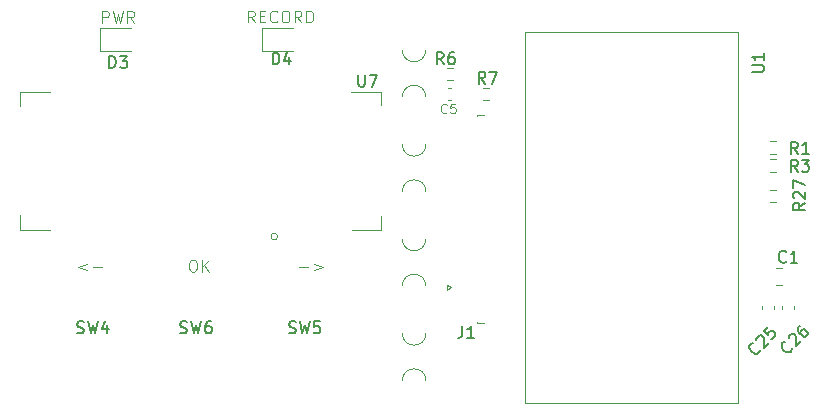
<source format=gbr>
G04 #@! TF.GenerationSoftware,KiCad,Pcbnew,(5.1.8)-1*
G04 #@! TF.CreationDate,2021-06-27T17:42:15+01:00*
G04 #@! TF.ProjectId,schem_1,73636865-6d5f-4312-9e6b-696361645f70,rev?*
G04 #@! TF.SameCoordinates,Original*
G04 #@! TF.FileFunction,Legend,Top*
G04 #@! TF.FilePolarity,Positive*
%FSLAX46Y46*%
G04 Gerber Fmt 4.6, Leading zero omitted, Abs format (unit mm)*
G04 Created by KiCad (PCBNEW (5.1.8)-1) date 2021-06-27 17:42:15*
%MOMM*%
%LPD*%
G01*
G04 APERTURE LIST*
%ADD10C,0.120000*%
%ADD11C,0.100000*%
%ADD12C,0.150000*%
G04 APERTURE END LIST*
D10*
X81424861Y-16269200D02*
G75*
G03*
X81424861Y-16269200I-283981J0D01*
G01*
D11*
X74164780Y-18229260D02*
X74355257Y-18229260D01*
X74450495Y-18276880D01*
X74545733Y-18372118D01*
X74593352Y-18562594D01*
X74593352Y-18895927D01*
X74545733Y-19086403D01*
X74450495Y-19181641D01*
X74355257Y-19229260D01*
X74164780Y-19229260D01*
X74069542Y-19181641D01*
X73974304Y-19086403D01*
X73926685Y-18895927D01*
X73926685Y-18562594D01*
X73974304Y-18372118D01*
X74069542Y-18276880D01*
X74164780Y-18229260D01*
X75021923Y-19229260D02*
X75021923Y-18229260D01*
X75593352Y-19229260D02*
X75164780Y-18657832D01*
X75593352Y-18229260D02*
X75021923Y-18800689D01*
X83265360Y-18848308D02*
X84027264Y-18848308D01*
X84503455Y-18562594D02*
X85265360Y-18848308D01*
X84503455Y-19134022D01*
X65316584Y-18562594D02*
X64554680Y-18848308D01*
X65316584Y-19134022D01*
X65792775Y-18848308D02*
X66554680Y-18848308D01*
X79466213Y1867979D02*
X79132880Y2344169D01*
X78894784Y1867979D02*
X78894784Y2867979D01*
X79275737Y2867979D01*
X79370975Y2820360D01*
X79418594Y2772740D01*
X79466213Y2677502D01*
X79466213Y2534645D01*
X79418594Y2439407D01*
X79370975Y2391788D01*
X79275737Y2344169D01*
X78894784Y2344169D01*
X79894784Y2391788D02*
X80228118Y2391788D01*
X80370975Y1867979D02*
X79894784Y1867979D01*
X79894784Y2867979D01*
X80370975Y2867979D01*
X81370975Y1963217D02*
X81323356Y1915598D01*
X81180499Y1867979D01*
X81085260Y1867979D01*
X80942403Y1915598D01*
X80847165Y2010836D01*
X80799546Y2106074D01*
X80751927Y2296550D01*
X80751927Y2439407D01*
X80799546Y2629883D01*
X80847165Y2725121D01*
X80942403Y2820360D01*
X81085260Y2867979D01*
X81180499Y2867979D01*
X81323356Y2820360D01*
X81370975Y2772740D01*
X81990022Y2867979D02*
X82180499Y2867979D01*
X82275737Y2820360D01*
X82370975Y2725121D01*
X82418594Y2534645D01*
X82418594Y2201312D01*
X82370975Y2010836D01*
X82275737Y1915598D01*
X82180499Y1867979D01*
X81990022Y1867979D01*
X81894784Y1915598D01*
X81799546Y2010836D01*
X81751927Y2201312D01*
X81751927Y2534645D01*
X81799546Y2725121D01*
X81894784Y2820360D01*
X81990022Y2867979D01*
X83418594Y1867979D02*
X83085260Y2344169D01*
X82847165Y1867979D02*
X82847165Y2867979D01*
X83228118Y2867979D01*
X83323356Y2820360D01*
X83370975Y2772740D01*
X83418594Y2677502D01*
X83418594Y2534645D01*
X83370975Y2439407D01*
X83323356Y2391788D01*
X83228118Y2344169D01*
X82847165Y2344169D01*
X83847165Y1867979D02*
X83847165Y2867979D01*
X84085260Y2867979D01*
X84228118Y2820360D01*
X84323356Y2725121D01*
X84370975Y2629883D01*
X84418594Y2439407D01*
X84418594Y2296550D01*
X84370975Y2106074D01*
X84323356Y2010836D01*
X84228118Y1915598D01*
X84085260Y1867979D01*
X83847165Y1867979D01*
X66558146Y1837499D02*
X66558146Y2837499D01*
X66939099Y2837499D01*
X67034337Y2789880D01*
X67081956Y2742260D01*
X67129575Y2647022D01*
X67129575Y2504165D01*
X67081956Y2408927D01*
X67034337Y2361308D01*
X66939099Y2313689D01*
X66558146Y2313689D01*
X67462908Y2837499D02*
X67701003Y1837499D01*
X67891480Y2551784D01*
X68081956Y1837499D01*
X68320051Y2837499D01*
X69272432Y1837499D02*
X68939099Y2313689D01*
X68701003Y1837499D02*
X68701003Y2837499D01*
X69081956Y2837499D01*
X69177194Y2789880D01*
X69224813Y2742260D01*
X69272432Y2647022D01*
X69272432Y2504165D01*
X69224813Y2408927D01*
X69177194Y2361308D01*
X69081956Y2313689D01*
X68701003Y2313689D01*
G04 #@! TO.C,mouse-bite-2mm-slot*
X93967880Y-28457200D02*
G75*
G03*
X91967880Y-28457200I-1000000J0D01*
G01*
X91967880Y-24457200D02*
G75*
G03*
X93967880Y-24457200I1000000J0D01*
G01*
X91967880Y-16457200D02*
G75*
G03*
X93967880Y-16457200I1000000J0D01*
G01*
X93967880Y-20457200D02*
G75*
G03*
X91967880Y-20457200I-1000000J0D01*
G01*
X93967880Y-4457200D02*
G75*
G03*
X91967880Y-4457200I-1000000J0D01*
G01*
X91967880Y-457200D02*
G75*
G03*
X93967880Y-457200I1000000J0D01*
G01*
X91967880Y-8457200D02*
G75*
G03*
X93967880Y-8457200I1000000J0D01*
G01*
X93967880Y-12457200D02*
G75*
G03*
X91967880Y-12457200I-1000000J0D01*
G01*
D10*
G04 #@! TO.C,U1*
X102347480Y-24085460D02*
X102337480Y-30390960D01*
X120381480Y-30390960D02*
X102337480Y-30390960D01*
X102347480Y-25007880D02*
X102347480Y1027120D01*
X120381480Y-30390960D02*
X120381480Y1027120D01*
X120381480Y1027120D02*
X102347480Y1027120D01*
G04 #@! TO.C,U7*
X90141800Y-3983000D02*
X90141800Y-5143000D01*
X59641800Y-3983000D02*
X62121800Y-3983000D01*
X59641800Y-15683000D02*
X62101800Y-15683000D01*
X59641800Y-3983000D02*
X59641800Y-5223000D01*
X90141800Y-3983000D02*
X87661800Y-3983000D01*
X90141800Y-15683000D02*
X90141800Y-14523000D01*
X59641800Y-15683000D02*
X59641800Y-14443000D01*
X90141800Y-15683000D02*
X87681800Y-15683000D01*
G04 #@! TO.C,J1*
X98315480Y-23513460D02*
X98315480Y-23623460D01*
X98315480Y-23623460D02*
X98915480Y-23623460D01*
X98315480Y-6083460D02*
X98315480Y-5973460D01*
X98315480Y-5973460D02*
X98915480Y-5973460D01*
X95725480Y-20748460D02*
X96125480Y-20548460D01*
X96125480Y-20548460D02*
X95725480Y-20348460D01*
X95725480Y-20348460D02*
X95725480Y-20748460D01*
G04 #@! TO.C,R27*
X123579238Y-12285360D02*
X123104722Y-12285360D01*
X123579238Y-13330360D02*
X123104722Y-13330360D01*
G04 #@! TO.C,R7*
X98835522Y-4694360D02*
X99310038Y-4694360D01*
X98835522Y-3649360D02*
X99310038Y-3649360D01*
G04 #@! TO.C,R6*
X96223738Y-1985660D02*
X95749222Y-1985660D01*
X96223738Y-3030660D02*
X95749222Y-3030660D01*
G04 #@! TO.C,R3*
X123104722Y-10764960D02*
X123579238Y-10764960D01*
X123104722Y-9719960D02*
X123579238Y-9719960D01*
G04 #@! TO.C,R1*
X123104222Y-9240960D02*
X123578738Y-9240960D01*
X123104222Y-8195960D02*
X123578738Y-8195960D01*
G04 #@! TO.C,D4*
X80059800Y-542100D02*
X82744800Y-542100D01*
X80059800Y1377900D02*
X80059800Y-542100D01*
X82744800Y1377900D02*
X80059800Y1377900D01*
G04 #@! TO.C,D3*
X66340700Y-542100D02*
X69025700Y-542100D01*
X66340700Y1377900D02*
X66340700Y-542100D01*
X69025700Y1377900D02*
X66340700Y1377900D01*
G04 #@! TO.C,C26*
X124128730Y-22100880D02*
X124128730Y-22382040D01*
X125148730Y-22100880D02*
X125148730Y-22382040D01*
G04 #@! TO.C,C25*
X122436980Y-22100880D02*
X122436980Y-22382040D01*
X123456980Y-22100880D02*
X123456980Y-22382040D01*
G04 #@! TO.C,C5*
X96126460Y-3674560D02*
X95845300Y-3674560D01*
X96126460Y-4694560D02*
X95845300Y-4694560D01*
G04 #@! TO.C,C1*
X123591228Y-20375460D02*
X124113732Y-20375460D01*
X123591228Y-18905460D02*
X124113732Y-18905460D01*
G04 #@! TO.C,U1*
D12*
X121583860Y-2315864D02*
X122393384Y-2315864D01*
X122488622Y-2268245D01*
X122536241Y-2220626D01*
X122583860Y-2125388D01*
X122583860Y-1934912D01*
X122536241Y-1839674D01*
X122488622Y-1792055D01*
X122393384Y-1744436D01*
X121583860Y-1744436D01*
X122583860Y-744436D02*
X122583860Y-1315864D01*
X122583860Y-1030150D02*
X121583860Y-1030150D01*
X121726718Y-1125388D01*
X121821956Y-1220626D01*
X121869575Y-1315864D01*
G04 #@! TO.C,U7*
X88244395Y-2561380D02*
X88244395Y-3370904D01*
X88292014Y-3466142D01*
X88339633Y-3513761D01*
X88434871Y-3561380D01*
X88625347Y-3561380D01*
X88720585Y-3513761D01*
X88768204Y-3466142D01*
X88815823Y-3370904D01*
X88815823Y-2561380D01*
X89196776Y-2561380D02*
X89863442Y-2561380D01*
X89434871Y-3561380D01*
G04 #@! TO.C,J1*
X97057466Y-23837560D02*
X97057466Y-24551846D01*
X97009847Y-24694703D01*
X96914609Y-24789941D01*
X96771752Y-24837560D01*
X96676514Y-24837560D01*
X98057466Y-24837560D02*
X97486038Y-24837560D01*
X97771752Y-24837560D02*
X97771752Y-23837560D01*
X97676514Y-23980418D01*
X97581276Y-24075656D01*
X97486038Y-24123275D01*
G04 #@! TO.C,R27*
X126052420Y-13404997D02*
X125576230Y-13738330D01*
X126052420Y-13976425D02*
X125052420Y-13976425D01*
X125052420Y-13595473D01*
X125100040Y-13500235D01*
X125147659Y-13452616D01*
X125242897Y-13404997D01*
X125385754Y-13404997D01*
X125480992Y-13452616D01*
X125528611Y-13500235D01*
X125576230Y-13595473D01*
X125576230Y-13976425D01*
X125147659Y-13024044D02*
X125100040Y-12976425D01*
X125052420Y-12881187D01*
X125052420Y-12643092D01*
X125100040Y-12547854D01*
X125147659Y-12500235D01*
X125242897Y-12452616D01*
X125338135Y-12452616D01*
X125480992Y-12500235D01*
X126052420Y-13071663D01*
X126052420Y-12452616D01*
X125052420Y-12119282D02*
X125052420Y-11452616D01*
X126052420Y-11881187D01*
G04 #@! TO.C,R7*
X99007213Y-3318680D02*
X98673880Y-2842490D01*
X98435784Y-3318680D02*
X98435784Y-2318680D01*
X98816737Y-2318680D01*
X98911975Y-2366300D01*
X98959594Y-2413919D01*
X99007213Y-2509157D01*
X99007213Y-2652014D01*
X98959594Y-2747252D01*
X98911975Y-2794871D01*
X98816737Y-2842490D01*
X98435784Y-2842490D01*
X99340546Y-2318680D02*
X100007213Y-2318680D01*
X99578641Y-3318680D01*
G04 #@! TO.C,R6*
X95466453Y-1667680D02*
X95133120Y-1191490D01*
X94895024Y-1667680D02*
X94895024Y-667680D01*
X95275977Y-667680D01*
X95371215Y-715300D01*
X95418834Y-762919D01*
X95466453Y-858157D01*
X95466453Y-1001014D01*
X95418834Y-1096252D01*
X95371215Y-1143871D01*
X95275977Y-1191490D01*
X94895024Y-1191490D01*
X96323596Y-667680D02*
X96133120Y-667680D01*
X96037881Y-715300D01*
X95990262Y-762919D01*
X95895024Y-905776D01*
X95847405Y-1096252D01*
X95847405Y-1477204D01*
X95895024Y-1572442D01*
X95942643Y-1620061D01*
X96037881Y-1667680D01*
X96228358Y-1667680D01*
X96323596Y-1620061D01*
X96371215Y-1572442D01*
X96418834Y-1477204D01*
X96418834Y-1239109D01*
X96371215Y-1143871D01*
X96323596Y-1096252D01*
X96228358Y-1048633D01*
X96037881Y-1048633D01*
X95942643Y-1096252D01*
X95895024Y-1143871D01*
X95847405Y-1239109D01*
G04 #@! TO.C,R3*
X125443533Y-10771040D02*
X125110200Y-10294850D01*
X124872104Y-10771040D02*
X124872104Y-9771040D01*
X125253057Y-9771040D01*
X125348295Y-9818660D01*
X125395914Y-9866279D01*
X125443533Y-9961517D01*
X125443533Y-10104374D01*
X125395914Y-10199612D01*
X125348295Y-10247231D01*
X125253057Y-10294850D01*
X124872104Y-10294850D01*
X125776866Y-9771040D02*
X126395914Y-9771040D01*
X126062580Y-10151993D01*
X126205438Y-10151993D01*
X126300676Y-10199612D01*
X126348295Y-10247231D01*
X126395914Y-10342469D01*
X126395914Y-10580564D01*
X126348295Y-10675802D01*
X126300676Y-10723421D01*
X126205438Y-10771040D01*
X125919723Y-10771040D01*
X125824485Y-10723421D01*
X125776866Y-10675802D01*
G04 #@! TO.C,R1*
X125443533Y-9252120D02*
X125110200Y-8775930D01*
X124872104Y-9252120D02*
X124872104Y-8252120D01*
X125253057Y-8252120D01*
X125348295Y-8299740D01*
X125395914Y-8347359D01*
X125443533Y-8442597D01*
X125443533Y-8585454D01*
X125395914Y-8680692D01*
X125348295Y-8728311D01*
X125253057Y-8775930D01*
X124872104Y-8775930D01*
X126395914Y-9252120D02*
X125824485Y-9252120D01*
X126110200Y-9252120D02*
X126110200Y-8252120D01*
X126014961Y-8394978D01*
X125919723Y-8490216D01*
X125824485Y-8537835D01*
G04 #@! TO.C,D4*
X80986224Y-1693100D02*
X80986224Y-693100D01*
X81224320Y-693100D01*
X81367177Y-740720D01*
X81462415Y-835958D01*
X81510034Y-931196D01*
X81557653Y-1121672D01*
X81557653Y-1264529D01*
X81510034Y-1455005D01*
X81462415Y-1550243D01*
X81367177Y-1645481D01*
X81224320Y-1693100D01*
X80986224Y-1693100D01*
X82414796Y-1026434D02*
X82414796Y-1693100D01*
X82176700Y-645481D02*
X81938605Y-1359767D01*
X82557653Y-1359767D01*
G04 #@! TO.C,D3*
X67153384Y-1992820D02*
X67153384Y-992820D01*
X67391480Y-992820D01*
X67534337Y-1040440D01*
X67629575Y-1135678D01*
X67677194Y-1230916D01*
X67724813Y-1421392D01*
X67724813Y-1564249D01*
X67677194Y-1754725D01*
X67629575Y-1849963D01*
X67534337Y-1945201D01*
X67391480Y-1992820D01*
X67153384Y-1992820D01*
X68058146Y-992820D02*
X68677194Y-992820D01*
X68343860Y-1373773D01*
X68486718Y-1373773D01*
X68581956Y-1421392D01*
X68629575Y-1469011D01*
X68677194Y-1564249D01*
X68677194Y-1802344D01*
X68629575Y-1897582D01*
X68581956Y-1945201D01*
X68486718Y-1992820D01*
X68201003Y-1992820D01*
X68105765Y-1945201D01*
X68058146Y-1897582D01*
G04 #@! TO.C,C26*
X124986529Y-25732366D02*
X124986529Y-25799710D01*
X124919185Y-25934397D01*
X124851842Y-26001740D01*
X124717155Y-26069084D01*
X124582468Y-26069084D01*
X124481453Y-26035412D01*
X124313094Y-25934397D01*
X124212079Y-25833382D01*
X124111063Y-25665023D01*
X124077392Y-25564008D01*
X124077392Y-25429321D01*
X124144735Y-25294634D01*
X124212079Y-25227290D01*
X124346766Y-25159947D01*
X124414109Y-25159947D01*
X124683483Y-24890572D02*
X124683483Y-24823229D01*
X124717155Y-24722214D01*
X124885514Y-24553855D01*
X124986529Y-24520183D01*
X125053872Y-24520183D01*
X125154888Y-24553855D01*
X125222231Y-24621198D01*
X125289575Y-24755885D01*
X125289575Y-25564008D01*
X125727308Y-25126275D01*
X125626292Y-23813076D02*
X125491605Y-23947763D01*
X125457934Y-24048779D01*
X125457934Y-24116122D01*
X125491605Y-24284481D01*
X125592621Y-24452840D01*
X125861995Y-24722214D01*
X125963010Y-24755885D01*
X126030353Y-24755885D01*
X126131369Y-24722214D01*
X126266056Y-24587527D01*
X126299727Y-24486511D01*
X126299727Y-24419168D01*
X126266056Y-24318153D01*
X126097697Y-24149794D01*
X125996682Y-24116122D01*
X125929338Y-24116122D01*
X125828323Y-24149794D01*
X125693636Y-24284481D01*
X125659964Y-24385496D01*
X125659964Y-24452840D01*
X125693636Y-24553855D01*
G04 #@! TO.C,C25*
X122253489Y-25849206D02*
X122253489Y-25916550D01*
X122186145Y-26051237D01*
X122118802Y-26118580D01*
X121984115Y-26185924D01*
X121849428Y-26185924D01*
X121748413Y-26152252D01*
X121580054Y-26051237D01*
X121479039Y-25950222D01*
X121378023Y-25781863D01*
X121344352Y-25680848D01*
X121344352Y-25546161D01*
X121411695Y-25411474D01*
X121479039Y-25344130D01*
X121613726Y-25276787D01*
X121681069Y-25276787D01*
X121950443Y-25007412D02*
X121950443Y-24940069D01*
X121984115Y-24839054D01*
X122152474Y-24670695D01*
X122253489Y-24637023D01*
X122320832Y-24637023D01*
X122421848Y-24670695D01*
X122489191Y-24738038D01*
X122556535Y-24872725D01*
X122556535Y-25680848D01*
X122994268Y-25243115D01*
X122926924Y-23896245D02*
X122590207Y-24232962D01*
X122893252Y-24603351D01*
X122893252Y-24536008D01*
X122926924Y-24434993D01*
X123095283Y-24266634D01*
X123196298Y-24232962D01*
X123263642Y-24232962D01*
X123364657Y-24266634D01*
X123533016Y-24434993D01*
X123566687Y-24536008D01*
X123566687Y-24603351D01*
X123533016Y-24704367D01*
X123364657Y-24872725D01*
X123263642Y-24906397D01*
X123196298Y-24906397D01*
G04 #@! TO.C,C5*
D11*
X95728386Y-5742814D02*
X95690291Y-5780909D01*
X95576005Y-5819004D01*
X95499815Y-5819004D01*
X95385529Y-5780909D01*
X95309339Y-5704719D01*
X95271243Y-5628528D01*
X95233148Y-5476147D01*
X95233148Y-5361861D01*
X95271243Y-5209480D01*
X95309339Y-5133290D01*
X95385529Y-5057100D01*
X95499815Y-5019004D01*
X95576005Y-5019004D01*
X95690291Y-5057100D01*
X95728386Y-5095195D01*
X96452196Y-5019004D02*
X96071243Y-5019004D01*
X96033148Y-5399957D01*
X96071243Y-5361861D01*
X96147434Y-5323766D01*
X96337910Y-5323766D01*
X96414100Y-5361861D01*
X96452196Y-5399957D01*
X96490291Y-5476147D01*
X96490291Y-5666623D01*
X96452196Y-5742814D01*
X96414100Y-5780909D01*
X96337910Y-5819004D01*
X96147434Y-5819004D01*
X96071243Y-5780909D01*
X96033148Y-5742814D01*
G04 #@! TO.C,C1*
D12*
X124468173Y-18366922D02*
X124420554Y-18414541D01*
X124277697Y-18462160D01*
X124182459Y-18462160D01*
X124039601Y-18414541D01*
X123944363Y-18319303D01*
X123896744Y-18224065D01*
X123849125Y-18033589D01*
X123849125Y-17890732D01*
X123896744Y-17700256D01*
X123944363Y-17605018D01*
X124039601Y-17509780D01*
X124182459Y-17462160D01*
X124277697Y-17462160D01*
X124420554Y-17509780D01*
X124468173Y-17557399D01*
X125420554Y-18462160D02*
X124849125Y-18462160D01*
X125134840Y-18462160D02*
X125134840Y-17462160D01*
X125039601Y-17605018D01*
X124944363Y-17700256D01*
X124849125Y-17747875D01*
G04 #@! TO.C,SW4*
X64434706Y-24403881D02*
X64577563Y-24451500D01*
X64815659Y-24451500D01*
X64910897Y-24403881D01*
X64958516Y-24356262D01*
X65006135Y-24261024D01*
X65006135Y-24165786D01*
X64958516Y-24070548D01*
X64910897Y-24022929D01*
X64815659Y-23975310D01*
X64625182Y-23927691D01*
X64529944Y-23880072D01*
X64482325Y-23832453D01*
X64434706Y-23737215D01*
X64434706Y-23641977D01*
X64482325Y-23546739D01*
X64529944Y-23499120D01*
X64625182Y-23451500D01*
X64863278Y-23451500D01*
X65006135Y-23499120D01*
X65339468Y-23451500D02*
X65577563Y-24451500D01*
X65768040Y-23737215D01*
X65958516Y-24451500D01*
X66196611Y-23451500D01*
X67006135Y-23784834D02*
X67006135Y-24451500D01*
X66768040Y-23403881D02*
X66529944Y-24118167D01*
X67148992Y-24118167D01*
G04 #@! TO.C,SW5*
X82376606Y-24403881D02*
X82519463Y-24451500D01*
X82757559Y-24451500D01*
X82852797Y-24403881D01*
X82900416Y-24356262D01*
X82948035Y-24261024D01*
X82948035Y-24165786D01*
X82900416Y-24070548D01*
X82852797Y-24022929D01*
X82757559Y-23975310D01*
X82567082Y-23927691D01*
X82471844Y-23880072D01*
X82424225Y-23832453D01*
X82376606Y-23737215D01*
X82376606Y-23641977D01*
X82424225Y-23546739D01*
X82471844Y-23499120D01*
X82567082Y-23451500D01*
X82805178Y-23451500D01*
X82948035Y-23499120D01*
X83281368Y-23451500D02*
X83519463Y-24451500D01*
X83709940Y-23737215D01*
X83900416Y-24451500D01*
X84138511Y-23451500D01*
X84995654Y-23451500D02*
X84519463Y-23451500D01*
X84471844Y-23927691D01*
X84519463Y-23880072D01*
X84614701Y-23832453D01*
X84852797Y-23832453D01*
X84948035Y-23880072D01*
X84995654Y-23927691D01*
X85043273Y-24022929D01*
X85043273Y-24261024D01*
X84995654Y-24356262D01*
X84948035Y-24403881D01*
X84852797Y-24451500D01*
X84614701Y-24451500D01*
X84519463Y-24403881D01*
X84471844Y-24356262D01*
G04 #@! TO.C,SW6*
X73168856Y-24403881D02*
X73311713Y-24451500D01*
X73549809Y-24451500D01*
X73645047Y-24403881D01*
X73692666Y-24356262D01*
X73740285Y-24261024D01*
X73740285Y-24165786D01*
X73692666Y-24070548D01*
X73645047Y-24022929D01*
X73549809Y-23975310D01*
X73359332Y-23927691D01*
X73264094Y-23880072D01*
X73216475Y-23832453D01*
X73168856Y-23737215D01*
X73168856Y-23641977D01*
X73216475Y-23546739D01*
X73264094Y-23499120D01*
X73359332Y-23451500D01*
X73597428Y-23451500D01*
X73740285Y-23499120D01*
X74073618Y-23451500D02*
X74311713Y-24451500D01*
X74502190Y-23737215D01*
X74692666Y-24451500D01*
X74930761Y-23451500D01*
X75740285Y-23451500D02*
X75549809Y-23451500D01*
X75454570Y-23499120D01*
X75406951Y-23546739D01*
X75311713Y-23689596D01*
X75264094Y-23880072D01*
X75264094Y-24261024D01*
X75311713Y-24356262D01*
X75359332Y-24403881D01*
X75454570Y-24451500D01*
X75645047Y-24451500D01*
X75740285Y-24403881D01*
X75787904Y-24356262D01*
X75835523Y-24261024D01*
X75835523Y-24022929D01*
X75787904Y-23927691D01*
X75740285Y-23880072D01*
X75645047Y-23832453D01*
X75454570Y-23832453D01*
X75359332Y-23880072D01*
X75311713Y-23927691D01*
X75264094Y-24022929D01*
G04 #@! TD*
M02*

</source>
